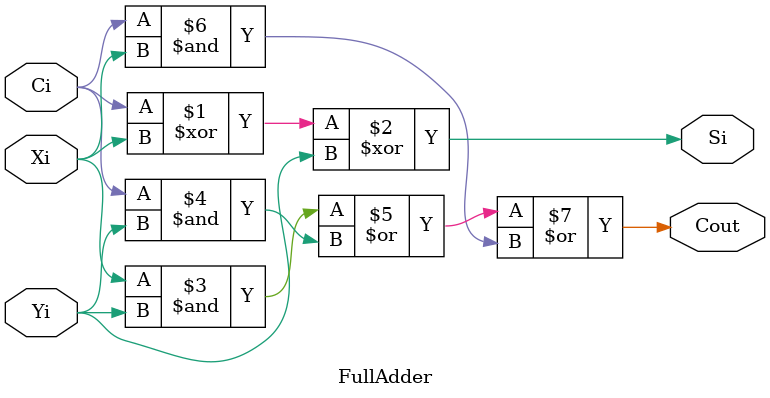
<source format=v>
module FullAdder(Ci, Xi, Yi, Cout, Si);
input Ci, Xi, Yi;
output Cout, Si;
assign Si = Ci^Xi^Yi;
assign Cout = (Xi&Yi)|(Ci&Yi)|(Ci&Xi);
endmodule

</source>
